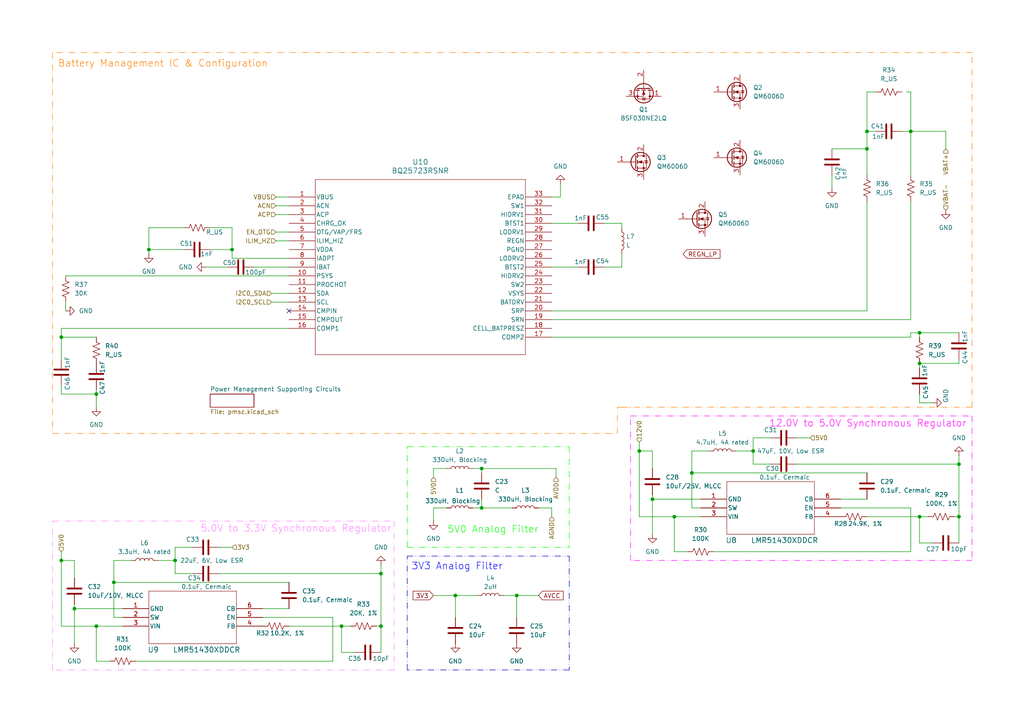
<source format=kicad_sch>
(kicad_sch (version 20250114) (generator "eeschema") (generator_version "9.0")
  (paper "A4")
  (title_block (company "Robert Fudge") (comment 1 "CHRG_IN should be between 15-24VDC"))
  (lib_symbols
    (symbol "2025-04-22_16-40-48:LMR51430XDDCR" (pin_names (offset 0.254))
      (property "Reference" "U" (at 20.32 10.16 0))
      (property "Value" "LMR51430XDDCR" (at 20.32 7.62 0))
      (symbol "LMR51430XDDCR_0_1"
        (polyline (pts (xy 7.62 5.08) (xy 7.62 -10.16)) (stroke (width 0.127)))
        (polyline (pts (xy 7.62 -10.16) (xy 33.02 -10.16)) (stroke (width 0.127)))
        (polyline (pts (xy 33.02 5.08) (xy 7.62 5.08)) (stroke (width 0.127)))
        (polyline (pts (xy 33.02 -10.16) (xy 33.02 5.08)) (stroke (width 0.127)))
        (pin power_out line (at 0 0 0) (length 7.62) (name "GND") (number "1"))
        (pin power_in line (at 0 -2.54 0) (length 7.62) (name "SW") (number "2"))
        (pin power_in line (at 0 -5.08 0) (length 7.62) (name "VIN") (number "3"))
        (pin power_in line (at 40.64 0 180) (length 7.62) (name "CB") (number "6"))
        (pin unspecified line (at 40.64 -2.54 180) (length 7.62) (name "EN") (number "5"))
        (pin unspecified line (at 40.64 -5.08 180) (length 7.62) (name "FB") (number "4"))
      )
    )
    (symbol "2025-04-22_17-28-34:BQ25723RSNR" (pin_names (offset 0.254))
      (property "Reference" "U" (at 38.1 10.16 0))
      (property "Value" "BQ25723RSNR" (at 38.1 7.62 0))
      (symbol "BQ25723RSNR_0_1"
        (polyline (pts (xy 7.62 5.08) (xy 7.62 -45.72)) (stroke (width 0.127)))
        (polyline (pts (xy 7.62 -45.72) (xy 68.58 -45.72)) (stroke (width 0.127)))
        (polyline (pts (xy 68.58 5.08) (xy 7.62 5.08)) (stroke (width 0.127)))
        (polyline (pts (xy 68.58 -45.72) (xy 68.58 5.08)) (stroke (width 0.127)))
        (pin power_in line (at 0 0 0) (length 7.62) (name "VBUS") (number "1"))
        (pin power_in line (at 0 -2.54 0) (length 7.62) (name "ACN") (number "2"))
        (pin power_in line (at 0 -5.08 0) (length 7.62) (name "ACP") (number "3"))
        (pin output line (at 0 -7.62 0) (length 7.62) (name "CHRG_OK") (number "4"))
        (pin input line (at 0 -10.16 0) (length 7.62) (name "OTG/VAP/FRS") (number "5"))
        (pin input line (at 0 -12.7 0) (length 7.62) (name "ILIM_HIZ") (number "6"))
        (pin power_in line (at 0 -15.24 0) (length 7.62) (name "VDDA") (number "7"))
        (pin output line (at 0 -17.78 0) (length 7.62) (name "IADPT") (number "8"))
        (pin output line (at 0 -20.32 0) (length 7.62) (name "IBAT") (number "9"))
        (pin output line (at 0 -22.86 0) (length 7.62) (name "PSYS") (number "10"))
        (pin output line (at 0 -25.4 0) (length 7.62) (name "PROCHOT") (number "11"))
        (pin bidirectional line (at 0 -27.94 0) (length 7.62) (name "SDA") (number "12"))
        (pin input line (at 0 -30.48 0) (length 7.62) (name "SCL") (number "13"))
        (pin input line (at 0 -33.02 0) (length 7.62) (name "CMPIN") (number "14"))
        (pin output line (at 0 -35.56 0) (length 7.62) (name "CMPOUT") (number "15"))
        (pin input line (at 0 -38.1 0) (length 7.62) (name "COMP1") (number "16"))
        (pin power_out line (at 76.2 0 180) (length 7.62) (name "EPAD") (number "33"))
        (pin power_in line (at 76.2 -2.54 180) (length 7.62) (name "SW1") (number "32"))
        (pin output line (at 76.2 -5.08 180) (length 7.62) (name "HIDRV1") (number "31"))
        (pin power_in line (at 76.2 -7.62 180) (length 7.62) (name "BTST1") (number "30"))
        (pin output line (at 76.2 -10.16 180) (length 7.62) (name "LODRV1") (number "29"))
        (pin power_in line (at 76.2 -12.7 180) (length 7.62) (name "REGN") (number "28"))
        (pin power_out line (at 76.2 -15.24 180) (length 7.62) (name "PGND") (number "27"))
        (pin output line (at 76.2 -17.78 180) (length 7.62) (name "LODRV2") (number "26"))
        (pin power_in line (at 76.2 -20.32 180) (length 7.62) (name "BTST2") (number "25"))
        (pin output line (at 76.2 -22.86 180) (length 7.62) (name "HIDRV2") (number "24"))
        (pin power_in line (at 76.2 -25.4 180) (length 7.62) (name "SW2") (number "23"))
        (pin power_in line (at 76.2 -27.94 180) (length 7.62) (name "VSYS") (number "22"))
        (pin output line (at 76.2 -30.48 180) (length 7.62) (name "BATDRV") (number "21"))
        (pin power_in line (at 76.2 -33.02 180) (length 7.62) (name "SRP") (number "20"))
        (pin power_in line (at 76.2 -35.56 180) (length 7.62) (name "SRN") (number "19"))
        (pin input line (at 76.2 -38.1 180) (length 7.62) (name "CELL_BATPRESZ") (number "18"))
        (pin input line (at 76.2 -40.64 180) (length 7.62) (name "COMP2") (number "17"))
      )
    )
    (symbol "Device:C" (pin_numbers (hide yes)) (pin_names (offset 0.254))
      (property "Reference" "C" (at 0.635 2.54 0))
      (property "Value" "C" (at 0.635 -2.54 0))
      (symbol "C_0_1"
        (polyline (pts (xy -2.032 0.762) (xy 2.032 0.762)) (stroke (width 0.508)))
        (polyline (pts (xy -2.032 -0.762) (xy 2.032 -0.762)) (stroke (width 0.508)))
      )
      (symbol "C_1_1"
        (pin passive line (at 0 3.81 270) (length 2.794) (name "~") (number "1"))
        (pin passive line (at 0 -3.81 90) (length 2.794) (name "~") (number "2"))
      )
    )
    (symbol "Device:L" (pin_numbers (hide yes)) (pin_names (offset 1.016) (hide yes))
      (property "Reference" "L" (at -1.27 0 90))
      (property "Value" "L" (at 1.905 0 90))
      (symbol "L_0_1"
        (arc (start 0 2.54) (mid 0.6323 1.905) (end 0 1.27))
        (arc (start 0 1.27) (mid 0.6323 0.635) (end 0 0))
        (arc (start 0 0) (mid 0.6323 -0.635) (end 0 -1.27))
        (arc (start 0 -1.27) (mid 0.6323 -1.905) (end 0 -2.54))
      )
      (symbol "L_1_1"
        (pin passive line (at 0 3.81 270) (length 1.27) (name "1") (number "1"))
        (pin passive line (at 0 -3.81 90) (length 1.27) (name "2") (number "2"))
      )
    )
    (symbol "Device:R_US" (pin_numbers (hide yes)) (pin_names (offset 0))
      (property "Reference" "R" (at 2.54 0 90))
      (property "Value" "R_US" (at -2.54 0 90))
      (symbol "R_US_0_1"
        (polyline (pts (xy 0 2.286) (xy 0 2.54)))
        (polyline (pts (xy 0 2.286) (xy 1.016 1.905) (xy 0 1.524) (xy -1.016 1.143) (xy 0 0.762)))
        (polyline (pts (xy 0 0.762) (xy 1.016 0.381) (xy 0 0) (xy -1.016 -0.381) (xy 0 -0.762)))
        (polyline (pts (xy 0 -0.762) (xy 1.016 -1.143) (xy 0 -1.524) (xy -1.016 -1.905) (xy 0 -2.286)))
        (polyline (pts (xy 0 -2.286) (xy 0 -2.54)))
      )
      (symbol "R_US_1_1"
        (pin passive line (at 0 3.81 270) (length 1.27) (name "~") (number "1"))
        (pin passive line (at 0 -3.81 90) (length 1.27) (name "~") (number "2"))
      )
    )
    (symbol "Transistor_FET:BSF030NE2LQ" (pin_names (hide yes))
      (property "Reference" "Q" (at 5.08 1.905 0))
      (property "Value" "BSF030NE2LQ" (at 5.08 0 0))
      (symbol "BSF030NE2LQ_0_1"
        (polyline (pts (xy 0.254 1.905) (xy 0.254 -1.905)) (stroke (width 0.254)))
        (polyline (pts (xy 0.254 0) (xy -2.54 0)))
        (polyline (pts (xy 0.762 2.286) (xy 0.762 1.27)) (stroke (width 0.254)))
        (polyline (pts (xy 0.762 0.508) (xy 0.762 -0.508)) (stroke (width 0.254)))
        (polyline (pts (xy 0.762 -1.27) (xy 0.762 -2.286)) (stroke (width 0.254)))
        (polyline (pts (xy 0.762 -1.778) (xy 3.302 -1.778) (xy 3.302 1.778) (xy 0.762 1.778)))
        (polyline (pts (xy 1.016 0) (xy 2.032 0.381) (xy 2.032 -0.381) (xy 1.016 0)) (fill (type outline)))
        (circle (center 1.651 0) (radius 2.794) (stroke (width 0.254)))
        (polyline (pts (xy 2.54 2.54) (xy 2.54 1.778)))
        (circle (center 2.54 1.778) (radius 0.254) (fill (type outline)))
        (circle (center 2.54 -1.778) (radius 0.254) (fill (type outline)))
        (polyline (pts (xy 2.54 -2.54) (xy 2.54 0) (xy 0.762 0)))
        (polyline (pts (xy 2.794 0.508) (xy 2.921 0.381) (xy 3.683 0.381) (xy 3.81 0.254)))
        (polyline (pts (xy 3.302 0.381) (xy 2.921 -0.254) (xy 3.683 -0.254) (xy 3.302 0.381)))
      )
      (symbol "BSF030NE2LQ_1_1"
        (pin input line (at -5.08 0 0) (length 2.54) (name "G") (number "2"))
        (pin passive line (at 2.54 5.08 270) (length 2.54) (name "D") (number "1"))
        (pin passive line (at 2.54 -5.08 90) (length 2.54) (name "S") (number "3"))
      )
    )
    (symbol "Transistor_FET:QM6006D" (pin_names (hide yes))
      (property "Reference" "Q" (at 5.08 1.905 0))
      (property "Value" "QM6006D" (at 5.08 0 0))
      (symbol "QM6006D_0_1"
        (polyline (pts (xy 0.254 1.905) (xy 0.254 -1.905)) (stroke (width 0.254)))
        (polyline (pts (xy 0.254 0) (xy -2.54 0)))
        (polyline (pts (xy 0.762 2.286) (xy 0.762 1.27)) (stroke (width 0.254)))
        (polyline (pts (xy 0.762 0.508) (xy 0.762 -0.508)) (stroke (width 0.254)))
        (polyline (pts (xy 0.762 -1.27) (xy 0.762 -2.286)) (stroke (width 0.254)))
        (polyline (pts (xy 0.762 -1.778) (xy 3.302 -1.778) (xy 3.302 1.778) (xy 0.762 1.778)))
        (polyline (pts (xy 1.016 0) (xy 2.032 0.381) (xy 2.032 -0.381) (xy 1.016 0)) (fill (type outline)))
        (circle (center 1.651 0) (radius 2.794) (stroke (width 0.254)))
        (polyline (pts (xy 2.54 2.54) (xy 2.54 1.778)))
        (circle (center 2.54 1.778) (radius 0.254) (fill (type outline)))
        (circle (center 2.54 -1.778) (radius 0.254) (fill (type outline)))
        (polyline (pts (xy 2.54 -2.54) (xy 2.54 0) (xy 0.762 0)))
        (polyline (pts (xy 2.794 0.508) (xy 2.921 0.381) (xy 3.683 0.381) (xy 3.81 0.254)))
        (polyline (pts (xy 3.302 0.381) (xy 2.921 -0.254) (xy 3.683 -0.254) (xy 3.302 0.381)))
      )
      (symbol "QM6006D_1_1"
        (pin input line (at -5.08 0 0) (length 2.54) (name "G") (number "1"))
        (pin passive line (at 2.54 5.08 270) (length 2.54) (name "D") (number "2"))
        (pin passive line (at 2.54 -5.08 90) (length 2.54) (name "S") (number "3"))
      )
    )
    (symbol "power:GND" (power) (pin_numbers (hide yes)) (pin_names (offset 0) (hide yes))
      (property "Value" "GND" (at 0 -3.81 0))
      (symbol "GND_0_1"
        (polyline (pts (xy 0 0) (xy 0 -1.27) (xy 1.27 -1.27) (xy 0 -2.54) (xy -1.27 -1.27) (xy 0 -1.27)))
      )
      (symbol "GND_1_1"
        (pin power_in line (at 0 0 270) (length 0) (name "~") (number "1"))
      )
    )
  )
  (text "12.0V to 5.0V Synchronous Regulator" (at 251.714 122.936 0) (effects (font (size 2 2))))
  (text "3V3 Analog Filter" (at 132.588 164.338 0) (effects (font (size 2 2))))
  (text "Battery Management IC & Configuration" (at 47.244 18.542 0) (effects (font (size 2 2))))
  (text "5.0V to 3.3V Synchronous Regulator" (at 85.852 153.416 0) (effects (font (size 2 2))))
  (text "5V0 Analog Filter" (at 143.002 153.67 0) (effects (font (size 2 2))))
  (junction (at 278.13 134.62))
  (junction (at 266.7 96.52))
  (junction (at 149.86 172.72))
  (junction (at 251.46 38.1))
  (junction (at 67.31 72.39))
  (junction (at 43.18 72.39))
  (junction (at 110.49 166.37))
  (junction (at 185.42 130.81))
  (junction (at 139.7 135.89))
  (junction (at 17.78 162.56))
  (junction (at 17.78 97.79))
  (junction (at 278.13 149.86))
  (junction (at 132.08 172.72))
  (junction (at 266.7 149.86))
  (junction (at 27.94 114.3))
  (junction (at 21.59 176.53))
  (junction (at 200.66 137.16))
  (junction (at 218.44 130.81))
  (junction (at 189.23 144.78))
  (junction (at 251.46 43.18))
  (junction (at 264.16 38.1))
  (junction (at 110.49 181.61))
  (junction (at 266.7 105.41))
  (junction (at 27.94 181.61))
  (junction (at 99.06 181.61))
  (junction (at 50.8 162.56))
  (junction (at 33.02 168.91))
  (junction (at 195.58 149.86))
  (junction (at 139.7 147.32))
  (no_connect (at 83.82 90.17))
  (wire (pts (xy 203.2 147.32) (xy 200.66 147.32)))
  (polyline (pts (xy 179.07 125.73) (xy 179.07 118.11)) (stroke (width 0) (type dash_dot_dot) (color 255 127 0 1)))
  (wire (pts (xy 241.3 50.8) (xy 241.3 54.61)))
  (wire (pts (xy 110.49 163.83) (xy 110.49 166.37)))
  (wire (pts (xy 175.26 77.47) (xy 180.34 77.47)))
  (wire (pts (xy 264.16 160.02) (xy 264.16 147.32)))
  (wire (pts (xy 261.62 38.1) (xy 264.16 38.1)))
  (wire (pts (xy 274.32 38.1) (xy 264.16 38.1)))
  (wire (pts (xy 180.34 64.77) (xy 175.26 64.77)))
  (wire (pts (xy 264.16 58.42) (xy 264.16 92.71)))
  (wire (pts (xy 156.21 147.32) (xy 160.02 147.32)))
  (wire (pts (xy 266.7 96.52) (xy 278.13 96.52)))
  (wire (pts (xy 207.01 160.02) (xy 264.16 160.02)))
  (polyline (pts (xy 182.88 120.65) (xy 281.94 120.65)) (stroke (width 0) (type dash_dot_dot) (color 255 0 255 1)))
  (wire (pts (xy 195.58 160.02) (xy 199.39 160.02)))
  (polyline (pts (xy 15.24 15.24) (xy 15.24 125.73)) (stroke (width 0) (type dash_dot_dot) (color 255 127 0 1)))
  (wire (pts (xy 27.94 181.61) (xy 17.78 181.61)))
  (wire (pts (xy 17.78 111.76) (xy 17.78 114.3)))
  (wire (pts (xy 231.14 127) (xy 234.95 127)))
  (polyline (pts (xy 118.11 158.75) (xy 165.1 158.75)) (stroke (width 0) (type dash_dot_dot) (color 0 255 0 1)))
  (wire (pts (xy 139.7 135.89) (xy 137.16 135.89)))
  (wire (pts (xy 125.73 147.32) (xy 129.54 147.32)))
  (wire (pts (xy 205.74 130.81) (xy 200.66 130.81)))
  (wire (pts (xy 189.23 143.51) (xy 189.23 144.78)))
  (wire (pts (xy 50.8 166.37) (xy 55.88 166.37)))
  (polyline (pts (xy 179.07 118.11) (xy 182.88 118.11)) (stroke (width 0) (type dash_dot_dot) (color 255 127 0 1)))
  (wire (pts (xy 251.46 38.1) (xy 254 38.1)))
  (wire (pts (xy 80.01 69.85) (xy 83.82 69.85)))
  (wire (pts (xy 189.23 135.89) (xy 189.23 130.81)))
  (polyline (pts (xy 281.94 15.24) (xy 15.24 15.24)) (stroke (width 0) (type dash_dot_dot) (color 255 127 0 1)))
  (wire (pts (xy 195.58 149.86) (xy 195.58 160.02)))
  (wire (pts (xy 264.16 26.67) (xy 264.16 38.1)))
  (wire (pts (xy 180.34 77.47) (xy 180.34 73.66)))
  (wire (pts (xy 137.16 147.32) (xy 139.7 147.32)))
  (wire (pts (xy 80.01 62.23) (xy 83.82 62.23)))
  (wire (pts (xy 132.08 179.07) (xy 132.08 172.72)))
  (wire (pts (xy 266.7 116.84) (xy 266.7 114.3)))
  (wire (pts (xy 21.59 175.26) (xy 21.59 176.53)))
  (polyline (pts (xy 165.1 194.31) (xy 118.11 194.31)) (stroke (width 0) (type dash_dot_dot)))
  (wire (pts (xy 243.84 144.78) (xy 251.46 144.78)))
  (wire (pts (xy 162.56 57.15) (xy 162.56 53.34)))
  (wire (pts (xy 160.02 147.32) (xy 160.02 149.86)))
  (wire (pts (xy 160.02 57.15) (xy 162.56 57.15)))
  (wire (pts (xy 264.16 38.1) (xy 264.16 50.8)))
  (wire (pts (xy 83.82 181.61) (xy 99.06 181.61)))
  (wire (pts (xy 43.18 72.39) (xy 43.18 66.04)))
  (wire (pts (xy 39.37 191.77) (xy 96.52 191.77)))
  (wire (pts (xy 35.56 181.61) (xy 27.94 181.61)))
  (wire (pts (xy 270.51 116.84) (xy 266.7 116.84)))
  (wire (pts (xy 21.59 167.64) (xy 21.59 162.56)))
  (wire (pts (xy 276.86 149.86) (xy 278.13 149.86)))
  (wire (pts (xy 146.05 172.72) (xy 149.86 172.72)))
  (wire (pts (xy 50.8 162.56) (xy 50.8 158.75)))
  (wire (pts (xy 96.52 179.07) (xy 76.2 179.07)))
  (wire (pts (xy 43.18 66.04) (xy 53.34 66.04)))
  (wire (pts (xy 251.46 58.42) (xy 251.46 90.17)))
  (wire (pts (xy 59.69 77.47) (xy 66.04 77.47)))
  (polyline (pts (xy 15.24 194.31) (xy 15.24 151.13)) (stroke (width 0) (type dash_dot_dot) (color 255 128 255 1)))
  (wire (pts (xy 17.78 162.56) (xy 21.59 162.56)))
  (polyline (pts (xy 281.94 118.11) (xy 281.94 15.24)) (stroke (width 0) (type dash_dot_dot) (color 255 127 0 1)))
  (wire (pts (xy 21.59 186.69) (xy 21.59 176.53)))
  (wire (pts (xy 99.06 181.61) (xy 101.6 181.61)))
  (wire (pts (xy 266.7 149.86) (xy 269.24 149.86)))
  (wire (pts (xy 76.2 176.53) (xy 83.82 176.53)))
  (wire (pts (xy 17.78 97.79) (xy 27.94 97.79)))
  (wire (pts (xy 139.7 144.78) (xy 139.7 147.32)))
  (wire (pts (xy 270.51 157.48) (xy 266.7 157.48)))
  (wire (pts (xy 160.02 92.71) (xy 264.16 92.71)))
  (wire (pts (xy 63.5 166.37) (xy 110.49 166.37)))
  (wire (pts (xy 231.14 134.62) (xy 278.13 134.62)))
  (wire (pts (xy 109.22 181.61) (xy 110.49 181.61)))
  (wire (pts (xy 266.7 97.79) (xy 266.7 96.52)))
  (wire (pts (xy 251.46 38.1) (xy 251.46 26.67)))
  (wire (pts (xy 67.31 72.39) (xy 60.96 72.39)))
  (wire (pts (xy 262.89 26.67) (xy 264.16 26.67)))
  (wire (pts (xy 45.72 162.56) (xy 50.8 162.56)))
  (polyline (pts (xy 118.11 161.29) (xy 165.1 161.29)) (stroke (width 0) (type dash_dot_dot)))
  (wire (pts (xy 189.23 154.94) (xy 189.23 144.78)))
  (wire (pts (xy 125.73 135.89) (xy 129.54 135.89)))
  (wire (pts (xy 110.49 166.37) (xy 110.49 181.61)))
  (wire (pts (xy 139.7 135.89) (xy 139.7 137.16)))
  (polyline (pts (xy 118.11 129.54) (xy 165.1 129.54)) (stroke (width 0) (type dash_dot_dot) (color 0 255 0 1)))
  (polyline (pts (xy 165.1 161.29) (xy 165.1 194.31)) (stroke (width 0) (type dash_dot_dot)))
  (wire (pts (xy 251.46 149.86) (xy 266.7 149.86)))
  (wire (pts (xy 180.34 66.04) (xy 180.34 64.77)))
  (wire (pts (xy 241.3 43.18) (xy 251.46 43.18)))
  (wire (pts (xy 33.02 168.91) (xy 83.82 168.91)))
  (wire (pts (xy 185.42 130.81) (xy 189.23 130.81)))
  (wire (pts (xy 266.7 105.41) (xy 278.13 105.41)))
  (wire (pts (xy 125.73 151.13) (xy 125.73 147.32)))
  (polyline (pts (xy 15.24 151.13) (xy 114.3 151.13)) (stroke (width 0) (type dash_dot_dot) (color 255 128 255 1)))
  (wire (pts (xy 149.86 172.72) (xy 156.21 172.72)))
  (polyline (pts (xy 114.3 194.31) (xy 15.24 194.31)) (stroke (width 0) (type dash_dot_dot) (color 255 128 255 1)))
  (wire (pts (xy 139.7 147.32) (xy 148.59 147.32)))
  (wire (pts (xy 203.2 149.86) (xy 195.58 149.86)))
  (polyline (pts (xy 180.34 118.11) (xy 281.94 118.11)) (stroke (width 0) (type dash_dot_dot) (color 255 127 0 1)))
  (wire (pts (xy 21.59 176.53) (xy 35.56 176.53)))
  (wire (pts (xy 251.46 26.67) (xy 254 26.67)))
  (polyline (pts (xy 118.11 158.75) (xy 118.11 129.54)) (stroke (width 0) (type dash_dot_dot) (color 0 255 0 1)))
  (wire (pts (xy 200.66 137.16) (xy 251.46 137.16)))
  (wire (pts (xy 50.8 158.75) (xy 55.88 158.75)))
  (wire (pts (xy 53.34 72.39) (xy 43.18 72.39)))
  (polyline (pts (xy 182.88 162.56) (xy 182.88 120.65)) (stroke (width 0) (type dash_dot_dot) (color 255 0 255 1)))
  (wire (pts (xy 27.94 114.3) (xy 27.94 118.11)))
  (wire (pts (xy 17.78 95.25) (xy 83.82 95.25)))
  (wire (pts (xy 200.66 130.81) (xy 200.66 137.16)))
  (wire (pts (xy 161.29 138.43) (xy 161.29 135.89)))
  (wire (pts (xy 96.52 191.77) (xy 96.52 179.07)))
  (wire (pts (xy 27.94 181.61) (xy 27.94 191.77)))
  (wire (pts (xy 63.5 158.75) (xy 67.31 158.75)))
  (wire (pts (xy 251.46 43.18) (xy 251.46 50.8)))
  (wire (pts (xy 264.16 97.79) (xy 160.02 97.79)))
  (wire (pts (xy 185.42 128.27) (xy 185.42 130.81)))
  (wire (pts (xy 218.44 130.81) (xy 218.44 127)))
  (wire (pts (xy 160.02 77.47) (xy 167.64 77.47)))
  (wire (pts (xy 274.32 43.18) (xy 274.32 38.1)))
  (wire (pts (xy 35.56 179.07) (xy 33.02 179.07)))
  (wire (pts (xy 266.7 105.41) (xy 266.7 106.68)))
  (wire (pts (xy 19.05 87.63) (xy 19.05 90.17)))
  (polyline (pts (xy 281.94 162.56) (xy 182.88 162.56)) (stroke (width 0) (type dash_dot_dot) (color 255 0 255 1)))
  (wire (pts (xy 264.16 147.32) (xy 243.84 147.32)))
  (wire (pts (xy 110.49 181.61) (xy 110.49 189.23)))
  (wire (pts (xy 125.73 138.43) (xy 125.73 135.89)))
  (wire (pts (xy 264.16 96.52) (xy 264.16 97.79)))
  (wire (pts (xy 102.87 189.23) (xy 99.06 189.23)))
  (wire (pts (xy 67.31 66.04) (xy 67.31 72.39)))
  (wire (pts (xy 278.13 134.62) (xy 278.13 149.86)))
  (wire (pts (xy 78.74 87.63) (xy 83.82 87.63)))
  (wire (pts (xy 160.02 90.17) (xy 251.46 90.17)))
  (wire (pts (xy 266.7 157.48) (xy 266.7 149.86)))
  (wire (pts (xy 213.36 130.81) (xy 218.44 130.81)))
  (wire (pts (xy 27.94 191.77) (xy 31.75 191.77)))
  (wire (pts (xy 17.78 181.61) (xy 17.78 162.56)))
  (polyline (pts (xy 118.11 194.31) (xy 118.11 161.29)) (stroke (width 0) (type dash_dot_dot)))
  (wire (pts (xy 17.78 97.79) (xy 17.78 104.14)))
  (wire (pts (xy 33.02 179.07) (xy 33.02 168.91)))
  (wire (pts (xy 80.01 67.31) (xy 83.82 67.31)))
  (wire (pts (xy 19.05 80.01) (xy 83.82 80.01)))
  (wire (pts (xy 73.66 77.47) (xy 83.82 77.47)))
  (wire (pts (xy 266.7 96.52) (xy 264.16 96.52)))
  (wire (pts (xy 278.13 149.86) (xy 278.13 157.48)))
  (wire (pts (xy 161.29 135.89) (xy 139.7 135.89)))
  (wire (pts (xy 17.78 114.3) (xy 27.94 114.3)))
  (polyline (pts (xy 165.1 129.54) (xy 165.1 158.75)) (stroke (width 0) (type dash_dot_dot) (color 0 255 0 1)))
  (wire (pts (xy 218.44 134.62) (xy 223.52 134.62)))
  (wire (pts (xy 200.66 147.32) (xy 200.66 137.16)))
  (wire (pts (xy 33.02 162.56) (xy 33.02 168.91)))
  (wire (pts (xy 50.8 162.56) (xy 50.8 166.37)))
  (polyline (pts (xy 114.3 151.13) (xy 114.3 194.31)) (stroke (width 0) (type dash_dot_dot) (color 255 128 255 1)))
  (polyline (pts (xy 281.94 120.65) (xy 281.94 162.56)) (stroke (width 0) (type dash_dot_dot) (color 255 0 255 1)))
  (wire (pts (xy 185.42 149.86) (xy 185.42 130.81)))
  (wire (pts (xy 67.31 74.93) (xy 67.31 72.39)))
  (wire (pts (xy 83.82 57.15) (xy 80.01 57.15)))
  (wire (pts (xy 160.02 64.77) (xy 167.64 64.77)))
  (wire (pts (xy 99.06 189.23) (xy 99.06 181.61)))
  (polyline (pts (xy 15.24 125.73) (xy 179.07 125.73)) (stroke (width 0) (type dash_dot_dot) (color 255 127 0 1)))
  (wire (pts (xy 218.44 130.81) (xy 218.44 134.62)))
  (wire (pts (xy 43.18 73.66) (xy 43.18 72.39)))
  (wire (pts (xy 17.78 95.25) (xy 17.78 97.79)))
  (wire (pts (xy 27.94 113.03) (xy 27.94 114.3)))
  (wire (pts (xy 17.78 160.02) (xy 17.78 162.56)))
  (wire (pts (xy 278.13 105.41) (xy 278.13 104.14)))
  (wire (pts (xy 67.31 74.93) (xy 83.82 74.93)))
  (wire (pts (xy 80.01 59.69) (xy 83.82 59.69)))
  (wire (pts (xy 218.44 127) (xy 223.52 127)))
  (wire (pts (xy 195.58 149.86) (xy 185.42 149.86)))
  (wire (pts (xy 189.23 144.78) (xy 203.2 144.78)))
  (wire (pts (xy 149.86 172.72) (xy 149.86 179.07)))
  (wire (pts (xy 251.46 43.18) (xy 251.46 38.1)))
  (wire (pts (xy 132.08 172.72) (xy 138.43 172.72)))
  (wire (pts (xy 278.13 132.08) (xy 278.13 134.62)))
  (wire (pts (xy 38.1 162.56) (xy 33.02 162.56)))
  (wire (pts (xy 60.96 66.04) (xy 67.31 66.04)))
  (wire (pts (xy 125.73 172.72) (xy 132.08 172.72)))
  (wire (pts (xy 78.74 85.09) (xy 83.82 85.09)))
  (global_label "AVCC" (shape input) (at 156.21 172.72 0) (property "Intersheetrefs" "${INTERSHEET_REFS}" (effects (hide yes))))
  (global_label "REGN_LP" (shape input) (at 198.12 73.66 0) (property "Intersheetrefs" "${INTERSHEET_REFS}" (effects (hide yes))))
  (global_label "3V3" (shape input) (at 125.73 172.72 180) (property "Intersheetrefs" "${INTERSHEET_REFS}" (effects (hide yes))))
  (hierarchical_label "5V0" (shape input) (at 125.73 138.43 270))
  (hierarchical_label "ILIM_HZ" (shape input) (at 80.01 69.85 180))
  (hierarchical_label "I2C0_SDA" (shape input) (at 78.74 85.09 180))
  (hierarchical_label "ACP" (shape input) (at 80.01 62.23 180))
  (hierarchical_label "AVDD" (shape input) (at 161.29 138.43 270))
  (hierarchical_label "VBUS" (shape input) (at 80.01 57.15 180))
  (hierarchical_label "AGND" (shape input) (at 160.02 149.86 270))
  (hierarchical_label "3V3" (shape input) (at 67.31 158.75 0))
  (hierarchical_label "EN_OTG" (shape input) (at 80.01 67.31 180))
  (hierarchical_label "5V0" (shape input) (at 234.95 127 0))
  (hierarchical_label "I2C0_SCL" (shape input) (at 78.74 87.63 180))
  (hierarchical_label "ACN" (shape input) (at 80.01 59.69 180))
  (hierarchical_label "VBAT-" (shape input) (at 274.32 60.96 90))
  (hierarchical_label "12V0" (shape input) (at 185.42 128.27 90))
  (hierarchical_label "5V0" (shape input) (at 17.78 160.02 90))
  (hierarchical_label "VBAT+" (shape input) (at 274.32 43.18 270))
  (symbol (lib_id "Device:C") (at 106.68 189.23 90) (unit 1)
    (property "Reference" "C36" (at 102.87 191.008 90))
    (property "Value" "10pF" (at 110.49 191.008 90))
    (property "Description" "Unpolarized capacitor" (effects (hide yes)))
  )
  (symbol (lib_id "Device:C") (at 257.81 38.1 90) (unit 1)
    (property "Reference" "C41" (at 254.508 36.576 90))
    (property "Value" "1nF" (at 254.762 39.624 90))
    (property "Description" "Unpolarized capacitor" (effects (hide yes)))
  )
  (symbol (lib_id "Device:L") (at 41.91 162.56 90) (unit 1)
    (property "Reference" "L6" (at 41.91 157.48 90))
    (property "Value" "3.3uH, 4A rated" (at 41.91 160.02 90))
    (property "Description" "Inductor" (effects (hide yes)))
  )
  (symbol (lib_id "power:GND") (at 149.86 186.69 0) (unit 1)
    (property "Reference" "#PWR010" (effects (hide yes)))
    (property "Value" "GND" (at 149.86 191.77 0))
    (property "Description" "Power symbol creates a global label with name \"GND\" , ground" (effects (hide yes)))
  )
  (symbol (lib_id "Device:L") (at 180.34 69.85 0) (unit 1)
    (property "Reference" "L7" (at 181.61 68.5799 0) (effects (justify left)))
    (property "Value" "L" (at 181.61 71.1199 0) (effects (justify left)))
    (property "Description" "Inductor" (effects (hide yes)))
  )
  (symbol (lib_id "2025-04-22_17-28-34:BQ25723RSNR") (at 83.82 57.15 0) (unit 1)
    (property "Reference" "U10" (at 121.92 46.99 0) (effects (font (size 1.524 1.524))))
    (property "Value" "BQ25723RSNR" (at 121.92 49.53 0) (effects (font (size 1.524 1.524))))
    (property "Footprint" "BQ25723RSNR:WQFN32_BQ25723_TEX-M" (effects (hide yes)))
    (property "Datasheet" "BQ25723RSNR" (effects (hide yes)))
  )
  (symbol (lib_id "Transistor_FET:QM6006D") (at 212.09 26.67 0) (unit 1)
    (property "Reference" "Q2" (at 218.44 25.3999 0) (effects (justify left)))
    (property "Value" "QM6006D" (at 218.44 27.9399 0) (effects (justify left)))
    (property "Footprint" "Package_TO_SOT_SMD:TO-252-2" (effects (hide yes)))
    (property "Datasheet" "http://www.jaolen.com/images/pdf/QM6006D.pdf" (effects (hide yes)))
    (property "Description" "35A Id, 60V Vds, N-Channel Power MOSFET, 18mOhm Ron, 19.3nC Qg (typ), TO252" (effects (hide yes)))
  )
  (symbol (lib_id "Device:C") (at 227.33 134.62 90) (unit 1)
    (property "Reference" "C30" (at 224.028 135.89 90))
    (property "Value" "0.1uF, Cermaic" (at 227.584 138.43 90))
    (property "Description" "Unpolarized capacitor" (effects (hide yes)))
  )
  (symbol (lib_id "Device:C") (at 21.59 171.45 0) (unit 1)
    (property "Reference" "C32" (at 25.4 170.1799 0) (effects (justify left)))
    (property "Value" "10uF/10V, MLCC" (at 25.4 172.7199 0) (effects (justify left)))
    (property "Description" "Unpolarized capacitor" (effects (hide yes)))
  )
  (symbol (lib_id "Device:C") (at 57.15 72.39 270) (unit 1)
    (property "Reference" "C51" (at 54.102 70.612 90))
    (property "Value" "1nF" (at 59.944 73.66 90))
    (property "Description" "Unpolarized capacitor" (effects (hide yes)))
  )
  (symbol (lib_id "Device:C") (at 59.69 166.37 90) (unit 1)
    (property "Reference" "C34" (at 56.388 167.64 90))
    (property "Value" "0.1uF, Cermaic" (at 59.944 170.18 90))
    (property "Description" "Unpolarized capacitor" (effects (hide yes)))
  )
  (symbol (lib_id "2025-04-22_16-40-48:LMR51430XDDCR") (at 35.56 176.53 0) (unit 1)
    (property "Reference" "U9" (at 44.45 188.468 0) (effects (font (size 1.524 1.524))))
    (property "Value" "LMR51430XDDCR" (at 59.944 188.468 0) (effects (font (size 1.524 1.524))))
    (property "Footprint" "LM51430XDDCR:SOT-23-THIN-6_DDC_TEX" (effects (hide yes)))
    (property "Datasheet" "LMR51430XDDCR" (effects (hide yes)))
  )
  (symbol (lib_id "Device:R_US") (at 27.94 101.6 0) (unit 1)
    (property "Reference" "R40" (at 30.48 100.3299 0) (effects (justify left)))
    (property "Value" "R_US" (at 30.48 102.8699 0) (effects (justify left)))
    (property "Description" "Resistor, US symbol" (effects (hide yes)))
  )
  (symbol (lib_id "Device:R_US") (at 247.65 149.86 90) (unit 1)
    (property "Reference" "R28" (at 243.84 151.892 90))
    (property "Value" "24.9K, 1%" (at 250.952 151.892 90))
    (property "Footprint" "Resistor_SMD:R_1206_3216Metric_Pad1.30x1.75mm_HandSolder" (effects (hide yes)))
    (property "Description" "Resistor, US symbol" (effects (hide yes)))
  )
  (symbol (lib_id "power:GND") (at 278.13 132.08 180) (unit 1)
    (property "Reference" "#PWR017" (effects (hide yes)))
    (property "Value" "GND" (at 278.13 127 0))
    (property "Description" "Power symbol creates a global label with name \"GND\" , ground" (effects (hide yes)))
  )
  (symbol (lib_id "2025-04-22_16-40-48:LMR51430XDDCR") (at 203.2 144.78 0) (unit 1)
    (property "Reference" "U8" (at 212.09 156.718 0) (effects (font (size 1.524 1.524))))
    (property "Value" "LMR51430XDDCR" (at 227.584 156.718 0) (effects (font (size 1.524 1.524))))
    (property "Footprint" "LM51430XDDCR:SOT-23-THIN-6_DDC_TEX" (effects (hide yes)))
    (property "Datasheet" "LMR51430XDDCR" (effects (hide yes)))
  )
  (symbol (lib_id "Transistor_FET:BSF030NE2LQ") (at 186.69 25.4 270) (unit 1)
    (property "Reference" "Q1" (at 186.69 31.75 90))
    (property "Value" "BSF030NE2LQ" (at 186.69 34.29 90))
    (property "Footprint" "Package_DirectFET:DirectFET_SQ" (effects (hide yes)))
    (property "Datasheet" "https://www.infineon.com/dgdl/Infineon-BSF030NE2LQ-DS-v02_03-en.pdf?fileId=db3a30432e398416012e47a8f0792588" (effects (hide yes)))
    (property "Description" "75A Id, 25V Vds, 3mOhm Rds, N-Channel MOSFET, DirectFET SQ" (effects (hide yes)))
  )
  (symbol (lib_id "power:GND") (at 241.3 54.61 0) (unit 1)
    (property "Reference" "#PWR021" (effects (hide yes)))
    (property "Value" "GND" (at 241.3 59.69 0))
    (property "Description" "Power symbol creates a global label with name \"GND\" , ground" (effects (hide yes)))
  )
  (symbol (lib_id "Device:L") (at 133.35 135.89 90) (unit 1)
    (property "Reference" "L2" (at 133.35 130.81 90))
    (property "Value" "330uH, Blocking" (at 133.35 133.35 90))
    (property "Footprint" "Capacitor_SMD:C_1210_3225Metric_Pad1.33x2.70mm_HandSolder" (effects (hide yes)))
    (property "Description" "Inductor" (effects (hide yes)))
  )
  (symbol (lib_id "power:GND") (at 162.56 53.34 180) (unit 1)
    (property "Reference" "#PWR032" (effects (hide yes)))
    (property "Value" "GND" (at 162.56 48.26 0))
    (property "Description" "Power symbol creates a global label with name \"GND\" , ground" (effects (hide yes)))
  )
  (symbol (lib_id "Device:C") (at 69.85 77.47 270) (unit 1)
    (property "Reference" "C50" (at 66.548 76.2 90))
    (property "Value" "100pF" (at 74.168 78.994 90))
    (property "Description" "Unpolarized capacitor" (effects (hide yes)))
  )
  (symbol (lib_id "Device:L") (at 142.24 172.72 90) (unit 1)
    (property "Reference" "L4" (at 142.24 167.64 90))
    (property "Value" "2uH" (at 142.24 170.18 90))
    (property "Footprint" "Connector_PinSocket_2.54mm:PinSocket_1x01_P2.54mm_Vertical" (effects (hide yes)))
    (property "Description" "Inductor" (effects (hide yes)))
  )
  (symbol (lib_id "Device:C") (at 139.7 140.97 0) (unit 1)
    (property "Reference" "C23" (at 143.51 139.6999 0) (effects (justify left)))
    (property "Value" "C" (at 143.51 142.2399 0) (effects (justify left)))
    (property "Description" "Unpolarized capacitor" (effects (hide yes)))
  )
  (symbol (lib_id "power:GND") (at 274.32 60.96 0) (unit 1)
    (property "Reference" "#PWR020" (effects (hide yes)))
    (property "Value" "GND" (at 274.32 66.04 0))
    (property "Description" "Power symbol creates a global label with name \"GND\" , ground" (effects (hide yes)))
  )
  (symbol (lib_id "Device:C") (at 83.82 172.72 0) (unit 1)
    (property "Reference" "C35" (at 87.63 171.4499 0) (effects (justify left)))
    (property "Value" "0.1uF, Cermaic" (at 87.63 173.9899 0) (effects (justify left)))
    (property "Description" "Unpolarized capacitor" (effects (hide yes)))
  )
  (symbol (lib_id "power:GND") (at 132.08 186.69 0) (unit 1)
    (property "Reference" "#PWR015" (effects (hide yes)))
    (property "Value" "GND" (at 132.08 191.77 0))
    (property "Description" "Power symbol creates a global label with name \"GND\" , ground" (effects (hide yes)))
  )
  (symbol (lib_id "Device:R_US") (at 266.7 101.6 0) (unit 1)
    (property "Reference" "R39" (at 269.24 100.3299 0) (effects (justify left)))
    (property "Value" "R_US" (at 269.24 102.8699 0) (effects (justify left)))
    (property "Description" "Resistor, US symbol" (effects (hide yes)))
  )
  (symbol (lib_id "Device:R_US") (at 203.2 160.02 90) (unit 1)
    (property "Reference" "R30" (at 203.2 153.67 90))
    (property "Value" "100K" (at 203.2 156.21 90))
    (property "Footprint" "Resistor_SMD:R_0805_2012Metric_Pad1.20x1.40mm_HandSolder" (effects (hide yes)))
    (property "Description" "Resistor, US symbol" (effects (hide yes)))
  )
  (symbol (lib_id "Device:C") (at 171.45 77.47 270) (unit 1)
    (property "Reference" "C54" (at 174.752 75.692 90))
    (property "Value" "1nF" (at 168.402 75.946 90))
    (property "Description" "Unpolarized capacitor" (effects (hide yes)))
  )
  (symbol (lib_id "Device:C") (at 27.94 109.22 180) (unit 1)
    (property "Reference" "C47" (at 29.718 112.522 90))
    (property "Value" "1nF" (at 29.718 106.426 90))
    (property "Description" "Unpolarized capacitor" (effects (hide yes)))
  )
  (symbol (lib_id "Device:C") (at 251.46 140.97 0) (unit 1)
    (property "Reference" "C29" (at 255.27 139.6999 0) (effects (justify left)))
    (property "Value" "0.1uF, Cermaic" (at 255.27 142.2399 0) (effects (justify left)))
    (property "Description" "Unpolarized capacitor" (effects (hide yes)))
  )
  (symbol (lib_id "power:GND") (at 19.05 90.17 90) (unit 1)
    (property "Reference" "#PWR022" (effects (hide yes)))
    (property "Value" "GND" (at 22.86 90.1699 90) (effects (justify right)))
    (property "Description" "Power symbol creates a global label with name \"GND\" , ground" (effects (hide yes)))
  )
  (symbol (lib_id "Transistor_FET:QM6006D") (at 212.09 45.72 0) (unit 1)
    (property "Reference" "Q4" (at 218.44 44.4499 0) (effects (justify left)))
    (property "Value" "QM6006D" (at 218.44 46.9899 0) (effects (justify left)))
    (property "Footprint" "Package_TO_SOT_SMD:TO-252-2" (effects (hide yes)))
    (property "Datasheet" "http://www.jaolen.com/images/pdf/QM6006D.pdf" (effects (hide yes)))
    (property "Description" "35A Id, 60V Vds, N-Channel Power MOSFET, 18mOhm Ron, 19.3nC Qg (typ), TO252" (effects (hide yes)))
  )
  (symbol (lib_id "Device:C") (at 171.45 64.77 270) (unit 1)
    (property "Reference" "C55" (at 174.752 62.992 90))
    (property "Value" "1nF" (at 168.402 63.246 90))
    (property "Description" "Unpolarized capacitor" (effects (hide yes)))
  )
  (symbol (lib_id "Device:R_US") (at 251.46 54.61 0) (unit 1)
    (property "Reference" "R36" (at 254 53.3399 0) (effects (justify left)))
    (property "Value" "R_US" (at 254 55.8799 0) (effects (justify left)))
    (property "Description" "Resistor, US symbol" (effects (hide yes)))
  )
  (symbol (lib_id "power:GND") (at 59.69 77.47 270) (unit 1)
    (property "Reference" "#PWR026" (effects (hide yes)))
    (property "Value" "GND" (at 55.88 77.4699 90) (effects (justify right)))
    (property "Description" "Power symbol creates a global label with name \"GND\" , ground" (effects (hide yes)))
  )
  (symbol (lib_id "Device:R_US") (at 35.56 191.77 90) (unit 1)
    (property "Reference" "R31" (at 35.56 185.42 90))
    (property "Value" "100K" (at 35.56 187.96 90))
    (property "Footprint" "Resistor_SMD:R_0805_2012Metric_Pad1.20x1.40mm_HandSolder" (effects (hide yes)))
    (property "Description" "Resistor, US symbol" (effects (hide yes)))
  )
  (symbol (lib_id "Device:R_US") (at 80.01 181.61 90) (unit 1)
    (property "Reference" "R32" (at 76.2 183.642 90))
    (property "Value" "10.2K, 1%" (at 83.312 183.642 90))
    (property "Description" "Resistor, US symbol" (effects (hide yes)))
  )
  (symbol (lib_id "Device:C") (at 227.33 127 90) (unit 1)
    (property "Reference" "C31" (at 223.52 124.714 90))
    (property "Value" "47uF, 10V, Low ESR" (at 229.362 130.81 90))
    (property "Description" "Unpolarized capacitor" (effects (hide yes)))
  )
  (symbol (lib_id "power:GND") (at 189.23 154.94 0) (unit 1)
    (property "Reference" "#PWR016" (effects (hide yes)))
    (property "Value" "GND" (at 189.23 160.02 0))
    (property "Description" "Power symbol creates a global label with name \"GND\" , ground" (effects (hide yes)))
  )
  (symbol (lib_id "Device:C") (at 132.08 182.88 0) (unit 1)
    (property "Reference" "C24" (at 135.89 181.6099 0) (effects (justify left)))
    (property "Value" "10uF" (at 135.89 184.1499 0) (effects (justify left)))
    (property "Description" "Unpolarized capacitor" (effects (hide yes)))
  )
  (symbol (lib_id "Device:C") (at 266.7 110.49 180) (unit 1)
    (property "Reference" "C45" (at 268.478 113.792 90))
    (property "Value" "1nF" (at 268.224 107.442 90))
    (property "Description" "Unpolarized capacitor" (effects (hide yes)))
  )
  (symbol (lib_id "Device:R_US") (at 264.16 54.61 180) (unit 1)
    (property "Reference" "R35" (at 266.7 53.3399 0) (effects (justify right)))
    (property "Value" "R_US" (at 266.7 55.8799 0) (effects (justify right)))
    (property "Description" "Resistor, US symbol" (effects (hide yes)))
  )
  (symbol (lib_id "Device:R_US") (at 105.41 181.61 90) (unit 1)
    (property "Reference" "R33" (at 105.41 175.26 90))
    (property "Value" "20K, 1%" (at 105.41 177.8 90))
    (property "Description" "Resistor, US symbol" (effects (hide yes)))
  )
  (symbol (lib_id "Device:C") (at 189.23 139.7 0) (unit 1)
    (property "Reference" "C28" (at 193.04 138.4299 0) (effects (justify left)))
    (property "Value" "10uF/25V, MLCC" (at 193.04 140.9699 0) (effects (justify left)))
    (property "Description" "Unpolarized capacitor" (effects (hide yes)))
  )
  (symbol (lib_id "power:GND") (at 43.18 73.66 0) (unit 1)
    (property "Reference" "#PWR027" (effects (hide yes)))
    (property "Value" "GND" (at 43.18 78.74 0))
    (property "Description" "Power symbol creates a global label with name \"GND\" , ground" (effects (hide yes)))
  )
  (symbol (lib_id "Device:C") (at 241.3 46.99 180) (unit 1)
    (property "Reference" "C42" (at 243.078 50.292 90))
    (property "Value" "1nF" (at 244.856 50.292 90))
    (property "Description" "Unpolarized capacitor" (effects (hide yes)))
  )
  (symbol (lib_id "power:GND") (at 110.49 163.83 180) (unit 1)
    (property "Reference" "#PWR019" (effects (hide yes)))
    (property "Value" "GND" (at 110.49 158.75 0))
    (property "Description" "Power symbol creates a global label with name \"GND\" , ground" (effects (hide yes)))
  )
  (symbol (lib_id "power:GND") (at 21.59 186.69 0) (unit 1)
    (property "Reference" "#PWR018" (effects (hide yes)))
    (property "Value" "GND" (at 21.59 191.77 0))
    (property "Description" "Power symbol creates a global label with name \"GND\" , ground" (effects (hide yes)))
  )
  (symbol (lib_id "Device:L") (at 152.4 147.32 90) (unit 1)
    (property "Reference" "L3" (at 152.4 142.24 90))
    (property "Value" "330uH, Blocking" (at 152.4 144.78 90))
    (property "Footprint" "Capacitor_SMD:C_1210_3225Metric_Pad1.33x2.70mm_HandSolder" (effects (hide yes)))
    (property "Description" "Inductor" (effects (hide yes)))
  )
  (symbol (lib_id "Device:C") (at 278.13 100.33 180) (unit 1)
    (property "Reference" "C44" (at 279.908 103.632 90))
    (property "Value" "1nF" (at 279.908 97.536 90))
    (property "Description" "Unpolarized capacitor" (effects (hide yes)))
  )
  (symbol (lib_id "Device:R_US") (at 273.05 149.86 90) (unit 1)
    (property "Reference" "R29" (at 273.05 143.51 90))
    (property "Value" "100K, 1%" (at 273.05 146.05 90))
    (property "Footprint" "Resistor_SMD:R_1206_3216Metric_Pad1.30x1.75mm_HandSolder" (effects (hide yes)))
    (property "Description" "Resistor, US symbol" (effects (hide yes)))
  )
  (symbol (lib_id "power:GND") (at 27.94 118.11 0) (unit 1)
    (property "Reference" "#PWR025" (effects (hide yes)))
    (property "Value" "GND" (at 27.94 123.19 0))
    (property "Description" "Power symbol creates a global label with name \"GND\" , ground" (effects (hide yes)))
  )
  (symbol (lib_id "Transistor_FET:QM6006D") (at 184.15 46.99 0) (unit 1)
    (property "Reference" "Q3" (at 190.5 45.7199 0) (effects (justify left)))
    (property "Value" "QM6006D" (at 190.5 48.2599 0) (effects (justify left)))
    (property "Footprint" "Package_TO_SOT_SMD:TO-252-2" (effects (hide yes)))
    (property "Datasheet" "http://www.jaolen.com/images/pdf/QM6006D.pdf" (effects (hide yes)))
    (property "Description" "35A Id, 60V Vds, N-Channel Power MOSFET, 18mOhm Ron, 19.3nC Qg (typ), TO252" (effects (hide yes)))
  )
  (symbol (lib_id "Device:R_US") (at 19.05 83.82 0) (unit 1)
    (property "Reference" "R37" (at 21.59 82.5499 0) (effects (justify left)))
    (property "Value" "30K" (at 21.59 85.0899 0) (effects (justify left)))
    (property "Description" "Resistor, US symbol" (effects (hide yes)))
  )
  (symbol (lib_id "Transistor_FET:QM6006D") (at 201.93 63.5 0) (unit 1)
    (property "Reference" "Q5" (at 208.28 62.2299 0) (effects (justify left)))
    (property "Value" "QM6006D" (at 208.28 64.7699 0) (effects (justify left)))
    (property "Footprint" "Package_TO_SOT_SMD:TO-252-2" (effects (hide yes)))
    (property "Datasheet" "http://www.jaolen.com/images/pdf/QM6006D.pdf" (effects (hide yes)))
    (property "Description" "35A Id, 60V Vds, N-Channel Power MOSFET, 18mOhm Ron, 19.3nC Qg (typ), TO252" (effects (hide yes)))
  )
  (symbol (lib_id "Device:L") (at 209.55 130.81 90) (unit 1)
    (property "Reference" "L5" (at 209.55 125.73 90))
    (property "Value" "4.7uH, 4A rated" (at 209.55 128.27 90))
    (property "Description" "Inductor" (effects (hide yes)))
  )
  (symbol (lib_id "Device:L") (at 133.35 147.32 90) (unit 1)
    (property "Reference" "L1" (at 133.35 142.24 90))
    (property "Value" "330uH, Blocking" (at 131.318 145.288 90))
    (property "Footprint" "Capacitor_SMD:C_1210_3225Metric_Pad1.33x2.70mm_HandSolder" (effects (hide yes)))
    (property "Description" "Inductor" (effects (hide yes)))
  )
  (symbol (lib_id "Device:C") (at 17.78 107.95 180) (unit 1)
    (property "Reference" "C46" (at 19.558 111.252 90))
    (property "Value" "1nF" (at 19.558 105.156 90))
    (property "Description" "Unpolarized capacitor" (effects (hide yes)))
  )
  (symbol (lib_id "Device:C") (at 59.69 158.75 90) (unit 1)
    (property "Reference" "C33" (at 55.88 156.464 90))
    (property "Value" "22uF, 6V, Low ESR" (at 61.468 162.56 90))
    (property "Description" "Unpolarized capacitor" (effects (hide yes)))
  )
  (symbol (lib_id "Device:R_US") (at 257.81 26.67 90) (unit 1)
    (property "Reference" "R34" (at 257.81 20.32 90))
    (property "Value" "R_US" (at 257.81 22.86 90))
    (property "Description" "Resistor, US symbol" (effects (hide yes)))
  )
  (symbol (lib_id "Device:C") (at 274.32 157.48 90) (unit 1)
    (property "Reference" "C27" (at 270.51 159.258 90))
    (property "Value" "10pF" (at 278.13 159.258 90))
    (property "Description" "Unpolarized capacitor" (effects (hide yes)))
  )
  (symbol (lib_id "power:GND") (at 270.51 116.84 90) (unit 1)
    (property "Reference" "#PWR024" (effects (hide yes)))
    (property "Value" "GND" (at 274.32 114.808 0))
    (property "Description" "Power symbol creates a global label with name \"GND\" , ground" (effects (hide yes)))
  )
  (symbol (lib_id "Device:R_US") (at 57.15 66.04 90) (unit 1)
    (property "Reference" "R44" (effects (hide yes)))
    (property "Value" "R_US" (at 62.23 67.31 90))
    (property "Description" "Resistor, US symbol" (effects (hide yes)))
  )
  (symbol (lib_id "Device:C") (at 149.86 182.88 0) (unit 1)
    (property "Reference" "C25" (at 153.67 181.6099 0) (effects (justify left)))
    (property "Value" "10uF" (at 153.67 184.1499 0) (effects (justify left)))
    (property "Description" "Unpolarized capacitor" (effects (hide yes)))
  )
  (symbol (lib_id "power:GND") (at 125.73 151.13 0) (unit 1)
    (property "Reference" "#PWR07" (effects (hide yes)))
    (property "Value" "GND" (at 125.73 156.21 0))
    (property "Description" "Power symbol creates a global label with name \"GND\" , ground" (effects (hide yes)))
  )
  (sheet (at 60.96 114.3) (size 12.7 3.81) (stroke (width 0.1524))
    (property "Sheetname" "Power Management Supporting Circuits" (at 60.96 113.5884 0) (effects (justify left bottom)))
    (property "Sheetfile" "pmsc.kicad_sch" (at 60.96 118.6946 0) (effects (justify left top)))
  )
)
</source>
